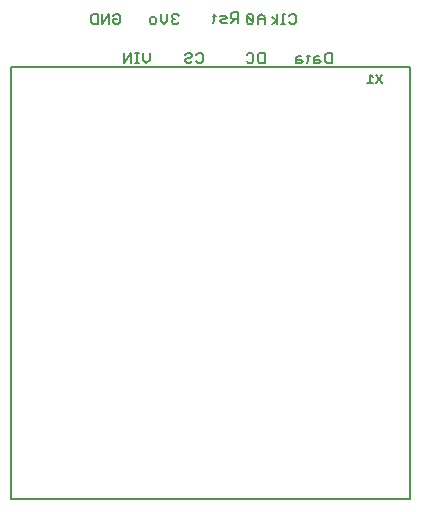
<source format=gbr>
G04 EAGLE Gerber RS-274X export*
G75*
%MOMM*%
%FSLAX34Y34*%
%LPD*%
%INSilkscreen Bottom*%
%IPPOS*%
%AMOC8*
5,1,8,0,0,1.08239X$1,22.5*%
G01*
%ADD10C,0.152400*%
%ADD11C,0.203200*%


D10*
X127282Y381515D02*
X127282Y375753D01*
X124400Y372872D01*
X121519Y375753D01*
X121519Y381515D01*
X117926Y372872D02*
X115045Y372872D01*
X116486Y372872D02*
X116486Y381515D01*
X117926Y381515D02*
X115045Y381515D01*
X111690Y381515D02*
X111690Y372872D01*
X105927Y372872D02*
X111690Y381515D01*
X105927Y381515D02*
X105927Y372872D01*
X150260Y414535D02*
X151701Y413095D01*
X150260Y414535D02*
X147379Y414535D01*
X145939Y413095D01*
X145939Y411654D01*
X147379Y410214D01*
X148820Y410214D01*
X147379Y410214D02*
X145939Y408773D01*
X145939Y407333D01*
X147379Y405892D01*
X150260Y405892D01*
X151701Y407333D01*
X142346Y408773D02*
X142346Y414535D01*
X142346Y408773D02*
X139464Y405892D01*
X136583Y408773D01*
X136583Y414535D01*
X131550Y405892D02*
X128669Y405892D01*
X127228Y407333D01*
X127228Y410214D01*
X128669Y411654D01*
X131550Y411654D01*
X132990Y410214D01*
X132990Y407333D01*
X131550Y405892D01*
X97849Y414535D02*
X96409Y413095D01*
X97849Y414535D02*
X100730Y414535D01*
X102171Y413095D01*
X102171Y407333D01*
X100730Y405892D01*
X97849Y405892D01*
X96409Y407333D01*
X96409Y410214D01*
X99290Y410214D01*
X92816Y414535D02*
X92816Y405892D01*
X87053Y405892D02*
X92816Y414535D01*
X87053Y414535D02*
X87053Y405892D01*
X83460Y405892D02*
X83460Y414535D01*
X83460Y405892D02*
X79139Y405892D01*
X77698Y407333D01*
X77698Y413095D01*
X79139Y414535D01*
X83460Y414535D01*
X245200Y413095D02*
X246640Y414535D01*
X249521Y414535D01*
X250962Y413095D01*
X250962Y407333D01*
X249521Y405892D01*
X246640Y405892D01*
X245200Y407333D01*
X241607Y414535D02*
X240166Y414535D01*
X240166Y405892D01*
X238726Y405892D02*
X241607Y405892D01*
X235370Y405892D02*
X235370Y414535D01*
X235370Y408773D02*
X231048Y405892D01*
X235370Y408773D02*
X231048Y411654D01*
X281819Y381515D02*
X281819Y372872D01*
X277498Y372872D01*
X276057Y374313D01*
X276057Y380075D01*
X277498Y381515D01*
X281819Y381515D01*
X271023Y378634D02*
X268142Y378634D01*
X266702Y377194D01*
X266702Y372872D01*
X271023Y372872D01*
X272464Y374313D01*
X271023Y375753D01*
X266702Y375753D01*
X261668Y374313D02*
X261668Y380075D01*
X261668Y374313D02*
X260228Y372872D01*
X260228Y378634D02*
X263109Y378634D01*
X255431Y378634D02*
X252550Y378634D01*
X251110Y377194D01*
X251110Y372872D01*
X255431Y372872D01*
X256872Y374313D01*
X255431Y375753D01*
X251110Y375753D01*
X202212Y407162D02*
X202212Y415805D01*
X197890Y415805D01*
X196449Y414365D01*
X196449Y411484D01*
X197890Y410043D01*
X202212Y410043D01*
X199330Y410043D02*
X196449Y407162D01*
X192856Y407162D02*
X188535Y407162D01*
X187094Y408603D01*
X188535Y410043D01*
X191416Y410043D01*
X192856Y411484D01*
X191416Y412924D01*
X187094Y412924D01*
X182061Y414365D02*
X182061Y408603D01*
X180620Y407162D01*
X180620Y412924D02*
X183501Y412924D01*
X168102Y381515D02*
X166661Y380075D01*
X168102Y381515D02*
X170983Y381515D01*
X172423Y380075D01*
X172423Y374313D01*
X170983Y372872D01*
X168102Y372872D01*
X166661Y374313D01*
X158746Y381515D02*
X157306Y380075D01*
X158746Y381515D02*
X161627Y381515D01*
X163068Y380075D01*
X163068Y378634D01*
X161627Y377194D01*
X158746Y377194D01*
X157306Y375753D01*
X157306Y374313D01*
X158746Y372872D01*
X161627Y372872D01*
X163068Y374313D01*
X224493Y372872D02*
X224493Y381515D01*
X224493Y372872D02*
X220172Y372872D01*
X218731Y374313D01*
X218731Y380075D01*
X220172Y381515D01*
X224493Y381515D01*
X210816Y381515D02*
X209376Y380075D01*
X210816Y381515D02*
X213697Y381515D01*
X215138Y380075D01*
X215138Y374313D01*
X213697Y372872D01*
X210816Y372872D01*
X209376Y374313D01*
X224493Y405892D02*
X224493Y411654D01*
X221612Y414535D01*
X218731Y411654D01*
X218731Y405892D01*
X218731Y410214D02*
X224493Y410214D01*
X215138Y407333D02*
X215138Y413095D01*
X213697Y414535D01*
X210816Y414535D01*
X209376Y413095D01*
X209376Y407333D01*
X210816Y405892D01*
X213697Y405892D01*
X215138Y407333D01*
X209376Y413095D01*
D11*
X348070Y369190D02*
X10070Y369190D01*
X10070Y4190D01*
X348070Y4190D01*
X348070Y369190D01*
D10*
X323558Y363062D02*
X319152Y356452D01*
X323558Y356452D02*
X319152Y363062D01*
X316074Y360858D02*
X313871Y363062D01*
X313871Y356452D01*
X316074Y356452D02*
X311667Y356452D01*
M02*

</source>
